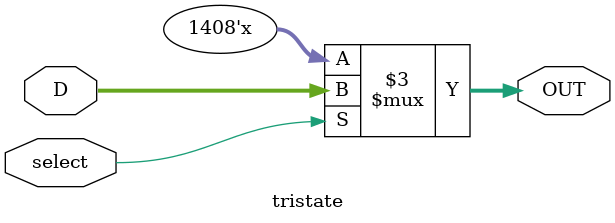
<source format=sv>
module tristate(input [1407:0] D,
                input select,
                output logic [1407:0]  OUT );
          always_comb begin
            if(select)
              OUT = D;
            else
              OUT = 1408'bz;
          end


endmodule

</source>
